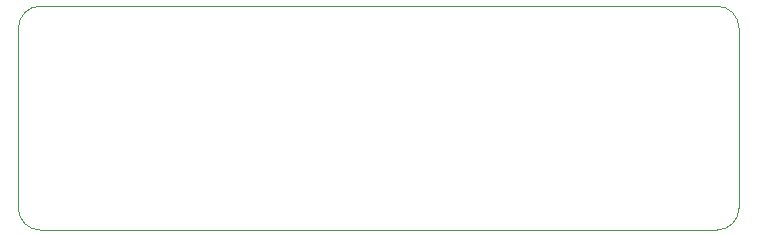
<source format=gbr>
G04 #@! TF.GenerationSoftware,KiCad,Pcbnew,(5.1.5)-3*
G04 #@! TF.CreationDate,2020-05-21T21:25:24+08:00*
G04 #@! TF.ProjectId,AdvancedSTLink,41647661-6e63-4656-9453-544c696e6b2e,rev?*
G04 #@! TF.SameCoordinates,Original*
G04 #@! TF.FileFunction,Profile,NP*
%FSLAX46Y46*%
G04 Gerber Fmt 4.6, Leading zero omitted, Abs format (unit mm)*
G04 Created by KiCad (PCBNEW (5.1.5)-3) date 2020-05-21 21:25:24*
%MOMM*%
%LPD*%
G04 APERTURE LIST*
%ADD10C,0.050000*%
G04 APERTURE END LIST*
D10*
X152933573Y-115956080D02*
G75*
G02X151079200Y-114101707I0J1854373D01*
G01*
X212095080Y-114096627D02*
G75*
G02X210240707Y-115951000I-1854373J0D01*
G01*
X210240707Y-96997347D02*
G75*
G02X212095080Y-98851720I0J-1854373D01*
G01*
X151079027Y-98851893D02*
G75*
G02X152933400Y-96997520I1854373J0D01*
G01*
X212095080Y-114096627D02*
X212095080Y-98851720D01*
X152933573Y-115956080D02*
X210240707Y-115951000D01*
X151079027Y-98851893D02*
X151079200Y-114101707D01*
X210240707Y-96997347D02*
X152933400Y-96997520D01*
M02*

</source>
